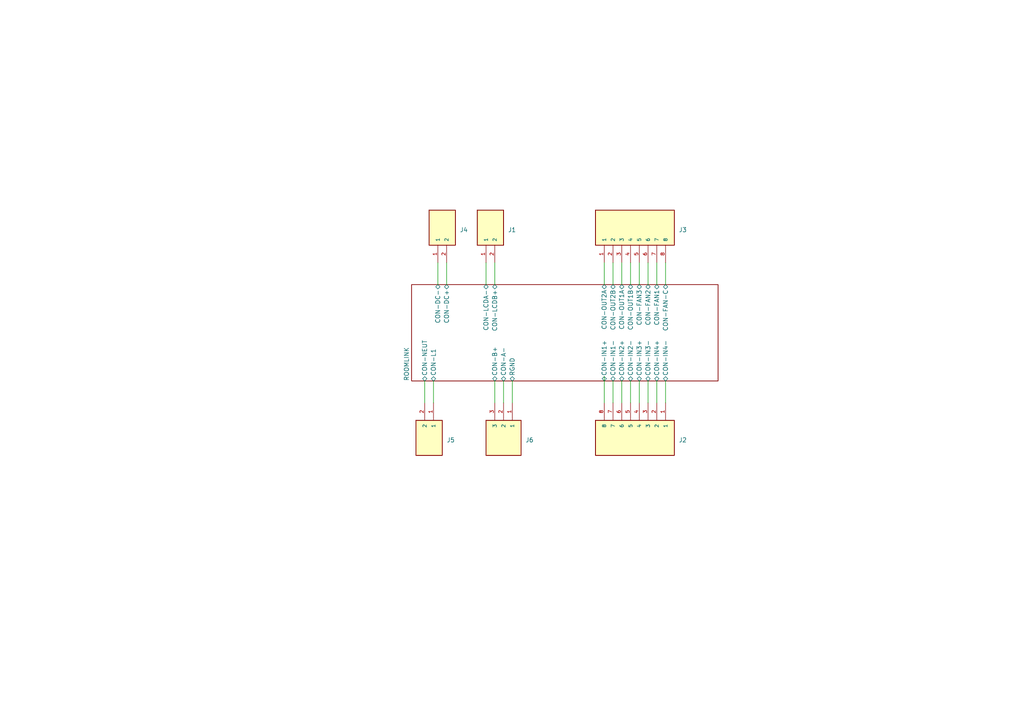
<source format=kicad_sch>
(kicad_sch (version 20230121) (generator eeschema)
  (paper "A4")
  (lib_symbols
    (symbol "TBP04R12-500-02GR:TBP04R12-500-02GR" (pin_names (offset 1.016))
      (property "Reference" "J" (at -5.08 5.08 0))
      (property "Value" "TBP04R12-500-02GR" (at -5.08 -7.62 0))
      (symbol "TBP04R12-500-02GR_0_0"
        (rectangle (start -5.08 -5.08) (end 5.08 2.54) (stroke (width 0.254)) (fill (type background)))
        (pin passive line (at -10.16 0 0) (length 5.08) (name "1") (number "1"))
        (pin passive line (at -10.16 -2.54 0) (length 5.08) (name "2") (number "2"))
      )
    )
    (symbol "TBP04R12-500-03GR:TBP04R12-500-03GR" (pin_names (offset 1.016))
      (property "Reference" "J" (at -5.08 7.62 0))
      (property "Value" "TBP04R12-500-03GR" (at -5.08 -7.62 0))
      (symbol "TBP04R12-500-03GR_0_0"
        (rectangle (start -5.08 -5.08) (end 5.08 5.08) (stroke (width 0.254)) (fill (type background)))
        (pin passive line (at -10.16 2.54 0) (length 5.08) (name "1") (number "1"))
        (pin passive line (at -10.16 0 0) (length 5.08) (name "2") (number "2"))
        (pin passive line (at -10.16 -2.54 0) (length 5.08) (name "3") (number "3"))
      )
    )
    (symbol "TBP04R12-500-08GR:TBP04R12-500-08GR" (pin_names (offset 1.016))
      (property "Reference" "J" (at -5.08 12.7 0))
      (property "Value" "TBP04R12-500-08GR" (at -5.08 -15.24 0))
      (symbol "TBP04R12-500-08GR_0_0"
        (rectangle (start -5.08 -12.7) (end 5.08 10.16) (stroke (width 0.254)) (fill (type background)))
        (pin passive line (at -10.16 7.62 0) (length 5.08) (name "1") (number "1"))
        (pin passive line (at -10.16 5.08 0) (length 5.08) (name "2") (number "2"))
        (pin passive line (at -10.16 2.54 0) (length 5.08) (name "3") (number "3"))
        (pin passive line (at -10.16 0 0) (length 5.08) (name "4") (number "4"))
        (pin passive line (at -10.16 -2.54 0) (length 5.08) (name "5") (number "5"))
        (pin passive line (at -10.16 -5.08 0) (length 5.08) (name "6") (number "6"))
        (pin passive line (at -10.16 -7.62 0) (length 5.08) (name "7") (number "7"))
        (pin passive line (at -10.16 -10.16 0) (length 5.08) (name "8") (number "8"))
      )
    )
  )
  (wire (pts (xy 180.34 76.2) (xy 180.34 82.55)))
  (wire (pts (xy 175.26 76.2) (xy 175.26 82.55)))
  (wire (pts (xy 190.5 110.49) (xy 190.5 116.84)))
  (wire (pts (xy 143.51 110.49) (xy 143.51 116.84)))
  (wire (pts (xy 187.96 110.49) (xy 187.96 116.84)))
  (wire (pts (xy 177.8 76.2) (xy 177.8 82.55)))
  (wire (pts (xy 175.26 109.22) (xy 175.26 116.84)))
  (wire (pts (xy 185.42 76.2) (xy 185.42 82.55)))
  (wire (pts (xy 129.54 76.2) (xy 129.54 82.55)))
  (wire (pts (xy 146.05 110.49) (xy 146.05 116.84)))
  (wire (pts (xy 185.42 110.49) (xy 185.42 116.84)))
  (wire (pts (xy 193.04 110.49) (xy 193.04 116.84)))
  (wire (pts (xy 140.97 76.2) (xy 140.97 82.55)))
  (wire (pts (xy 182.88 76.2) (xy 182.88 82.55)))
  (wire (pts (xy 123.19 110.49) (xy 123.19 116.84)))
  (wire (pts (xy 143.51 76.2) (xy 143.51 82.55)))
  (wire (pts (xy 148.59 110.49) (xy 148.59 116.84)))
  (wire (pts (xy 127 76.2) (xy 127 82.55)))
  (wire (pts (xy 182.88 110.49) (xy 182.88 116.84)))
  (wire (pts (xy 190.5 76.2) (xy 190.5 82.55)))
  (wire (pts (xy 125.73 110.49) (xy 125.73 116.84)))
  (wire (pts (xy 180.34 110.49) (xy 180.34 116.84)))
  (wire (pts (xy 187.96 76.2) (xy 187.96 82.55)))
  (wire (pts (xy 177.8 110.49) (xy 177.8 116.84)))
  (wire (pts (xy 193.04 76.2) (xy 193.04 82.55)))
  (symbol (lib_id "TBP04R12-500-02GR:TBP04R12-500-02GR") (at 127 66.04 90) (unit 1)
    (property "Reference" "J4" (at 133.35 66.675 90) (effects (justify right)))
    (property "Value" "TBP04R12-500-02GR" (effects hide))
    (property "Footprint" "CUI_TBP04R12-500-02GR" (effects hide))
    (property "PARTREV" "1.0" (effects hide))
    (property "STANDARD" "Manufacturer Recommendations" (effects hide))
    (property "MAXIMUM_PACKAGE_HEIGHT" "8.50mm" (effects hide))
    (property "MANUFACTURER" "CUI Devices" (effects hide))
  )
  (symbol (lib_id "TBP04R12-500-08GR:TBP04R12-500-08GR") (at 185.42 127 270) (unit 1)
    (property "Reference" "J2" (at 196.85 127.635 90) (effects (justify left)))
    (property "Value" "TBP04R12-500-08GR" (effects hide))
    (property "Footprint" "CUI_TBP04R12-500-08GR" (effects hide))
    (property "PARTREV" "1.0" (effects hide))
    (property "STANDARD" "Manufacturer Recommendations" (effects hide))
    (property "MAXIMUM_PACKAGE_HEIGHT" "8.50mm" (effects hide))
    (property "MANUFACTURER" "CUI Devices" (effects hide))
  )
  (symbol (lib_id "TBP04R12-500-08GR:TBP04R12-500-08GR") (at 182.88 66.04 90) (unit 1)
    (property "Reference" "J3" (at 196.85 66.675 90) (effects (justify right)))
    (property "Value" "TBP04R12-500-08GR" (effects hide))
    (property "Footprint" "CUI_TBP04R12-500-08GR" (effects hide))
    (property "PARTREV" "1.0" (effects hide))
    (property "STANDARD" "Manufacturer Recommendations" (effects hide))
    (property "MAXIMUM_PACKAGE_HEIGHT" "8.50mm" (effects hide))
    (property "MANUFACTURER" "CUI Devices" (effects hide))
  )
  (symbol (lib_id "TBP04R12-500-02GR:TBP04R12-500-02GR") (at 125.73 127 270) (unit 1)
    (property "Reference" "J5" (at 129.54 127.635 90) (effects (justify left)))
    (property "Value" "TBP04R12-500-02GR" (effects hide))
    (property "Footprint" "CUI_TBP04R12-500-02GR" (effects hide))
    (property "PARTREV" "1.0" (effects hide))
    (property "STANDARD" "Manufacturer Recommendations" (effects hide))
    (property "MAXIMUM_PACKAGE_HEIGHT" "8.50mm" (effects hide))
    (property "MANUFACTURER" "CUI Devices" (effects hide))
  )
  (symbol (lib_id "TBP04R12-500-03GR:TBP04R12-500-03GR") (at 146.05 127 270) (unit 1)
    (property "Reference" "J6" (at 152.4 127.635 90) (effects (justify left)))
    (property "Value" "TBP04R12-500-03GR" (effects hide))
    (property "Footprint" "CUI_TBP04R12-500-03GR" (effects hide))
    (property "PARTREV" "1.0" (effects hide))
    (property "STANDARD" "Manufacturer Recommendations" (effects hide))
    (property "MAXIMUM_PACKAGE_HEIGHT" "8.50mm" (effects hide))
    (property "MANUFACTURER" "CUI Devices" (effects hide))
  )
  (symbol (lib_id "TBP04R12-500-02GR:TBP04R12-500-02GR") (at 140.97 66.04 90) (unit 1)
    (property "Reference" "J1" (at 147.32 66.675 90) (effects (justify right)))
    (property "Value" "TBP04R12-500-02GR" (effects hide))
    (property "Footprint" "CUI_TBP04R12-500-02GR" (effects hide))
    (property "PARTREV" "1.0" (effects hide))
    (property "STANDARD" "Manufacturer Recommendations" (effects hide))
    (property "MAXIMUM_PACKAGE_HEIGHT" "8.50mm" (effects hide))
    (property "MANUFACTURER" "CUI Devices" (effects hide))
  )
  (sheet (at 119.38 82.55) (size 88.9 27.94) (stroke (width 0.1524))
    (property "Sheetname" "ROOMLINK" (at 118.6684 110.49 90) (effects (justify left bottom)))
    (property "Sheetfile" "untitled.kicad_sch" (effects hide))
    (pin "CON-DC+" bidirectional (at 129.54 82.55 90))
    (pin "CON-DC-" bidirectional (at 127 82.55 90))
    (pin "CON-LCDB+" bidirectional (at 143.51 82.55 90))
    (pin "CON-NEUT" bidirectional (at 123.19 110.49 270))
    (pin "CON-B+" bidirectional (at 143.51 110.49 270))
    (pin "RGND" bidirectional (at 148.59 110.49 270))
    (pin "CON-L1" bidirectional (at 125.73 110.49 270))
    (pin "CON-LCDA-" bidirectional (at 140.97 82.55 90))
    (pin "CON-A-" bidirectional (at 146.05 110.49 270))
    (pin "CON-IN1+" bidirectional (at 175.26 110.49 270))
    (pin "CON-IN1-" bidirectional (at 177.8 110.49 270))
    (pin "CON-IN2+" bidirectional (at 180.34 110.49 270))
    (pin "CON-IN2-" bidirectional (at 182.88 110.49 270))
    (pin "CON-IN3+" bidirectional (at 185.42 110.49 270))
    (pin "CON-IN3-" bidirectional (at 187.96 110.49 270))
    (pin "CON-IN4+" bidirectional (at 190.5 110.49 270))
    (pin "CON-IN4-" bidirectional (at 193.04 110.49 270))
    (pin "CON-OUT2A" bidirectional (at 175.26 82.55 90))
    (pin "CON-OUT2B" bidirectional (at 177.8 82.55 90))
    (pin "CON-OUT1A" bidirectional (at 180.34 82.55 90))
    (pin "CON-OUT1B" bidirectional (at 182.88 82.55 90))
    (pin "CON-FAN3" bidirectional (at 185.42 82.55 90))
    (pin "CON-FAN2" bidirectional (at 187.96 82.55 90))
    (pin "CON-FAN1" bidirectional (at 190.5 82.55 90))
    (pin "CON-FAN-C" bidirectional (at 193.04 82.55 90))
  )
)
</source>
